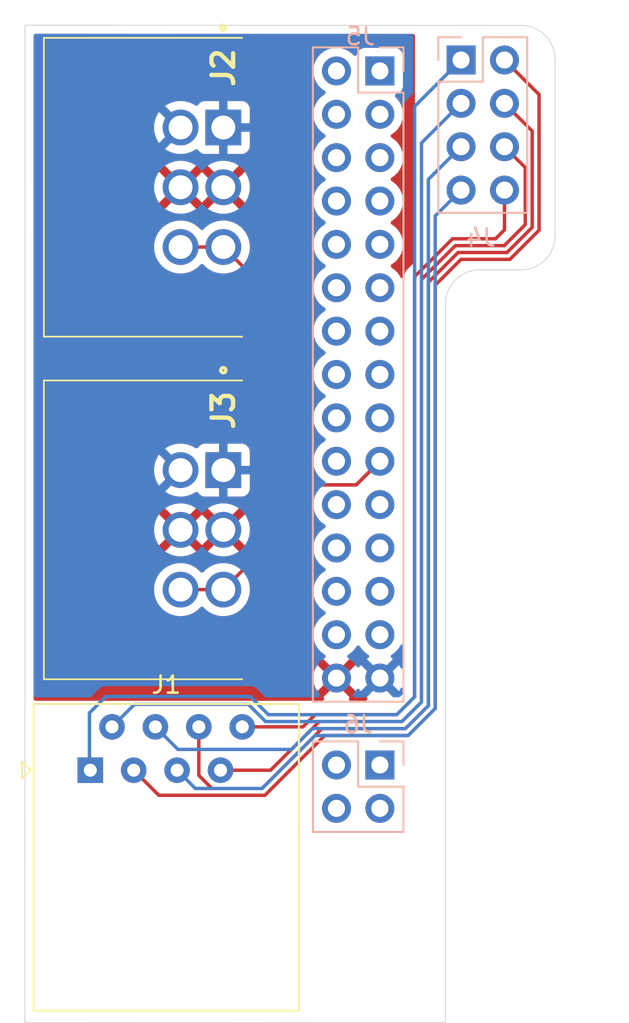
<source format=kicad_pcb>
(kicad_pcb (version 20241229) (generator "pcbnew") (generator_version "9.0")
  (layers (0 "F.Cu" signal) (2 "B.Cu" signal) (13 "F.Paste" user) (15 "B.Paste" user) (5 "F.SilkS" user "F.Silkscreen") (7 "B.SilkS" user "B.Silkscreen") (1 "F.Mask" user) (3 "B.Mask" user) (25 "Edge.Cuts" user))
  (net 0 "")
  (net 1 "/BTN_PWR_{-}")
  (net 2 "/BTN_PWR_{+}")
  (net 3 "/LED_PWR_{+}")
  (net 4 "/LED_PWR_{-}")
  (net 5 "/LED_HDD_{+}")
  (net 6 "/BTN_RST_{+}")
  (net 7 "/LED_HDD_{-}")
  (net 8 "/BTN_RST_{-}")
  (net 9 "/SDI_COMM")
  (net 10 "/SDI_PWR")
  (net 11 "/SDI_GND")
  (footprint "Link_Footprints:PC-1818517" (layer "F.Cu") (at 95.9384 84.9796 -90)
    (property "Reference" "J3" (at -16.75 2.1 270) (layer "F.SilkS") (effects (font (size 1.27 1.27) (thickness 0.254))))
    (property "Value" "PC-1818517" (hide yes))
    (fp_line (start -18.5 12.6) (end -18.5 1) (stroke (width 0.1)) (layer "F.SilkS"))
    (fp_line (start -1 12.6) (end -18.5 12.6) (stroke (width 0.1)) (layer "F.SilkS"))
    (fp_line (start -1 1) (end -1 12.6) (stroke (width 0.1)) (layer "F.SilkS"))
    (fp_circle (center -19.1 2.1) (end -19.1 2.15) (stroke (width 0.2)) (fill no) (layer "F.SilkS"))
    (pad "1" thru_hole rect (at -13.25 2.1 270) (size 2.1 2.1) (drill 1.4) (layers "*.Cu" "*.Mask") (net 10 "/SDI_PWR"))
    (pad "2" thru_hole circle (at -9.75 2.1 270) (size 2.1 2.1) (drill 1.4) (layers "*.Cu" "*.Mask") (net 11 "/SDI_GND"))
    (pad "3" thru_hole circle (at -6.25 2.1 270) (size 2.1 2.1) (drill 1.4) (layers "*.Cu" "*.Mask") (net 9 "/SDI_COMM"))
    (pad "4" thru_hole circle (at -13.25 4.6 270) (size 2.1 2.1) (drill 1.4) (layers "*.Cu" "*.Mask") (net 10 "/SDI_PWR"))
    (pad "5" thru_hole circle (at -9.75 4.6 270) (size 2.1 2.1) (drill 1.4) (layers "*.Cu" "*.Mask") (net 11 "/SDI_GND"))
    (pad "6" thru_hole circle (at -6.25 4.6 270) (size 2.1 2.1) (drill 1.4) (layers "*.Cu" "*.Mask") (net 9 "/SDI_COMM"))
  )
  (footprint "Connector_RJ:RJ45_Amphenol_54602-x08_Horizontal" (layer "F.Cu") (at 86.0552 89.3064)
    (property "Reference" "J1" (at 4.445 -5 0) (layer "F.SilkS"))
    (property "Value" "RJ45")
    (fp_line (start -4 -0.5) (end -4 0.5) (stroke (width 0.12)) (layer "F.SilkS"))
    (fp_line (start -4 0.5) (end -3.5 0) (stroke (width 0.12)) (layer "F.SilkS"))
    (fp_line (start -3.5 0) (end -4 -0.5) (stroke (width 0.12)) (layer "F.SilkS"))
    (fp_line (start -3.315 -3.88) (end -3.315 14.08) (stroke (width 0.12)) (layer "F.SilkS"))
    (fp_line (start -3.315 14.08) (end 12.205 14.08) (stroke (width 0.12)) (layer "F.SilkS"))
    (fp_line (start 12.205 -3.88) (end -3.315 -3.88) (stroke (width 0.12)) (layer "F.SilkS"))
    (fp_line (start 12.205 -3.88) (end 12.205 14.08) (stroke (width 0.12)) (layer "F.SilkS"))
    (pad "" np_thru_hole circle (at -1.27 6.35) (size 3.2 3.2) (drill 3.2) (layers "*.Cu" "*.Mask"))
    (pad "" np_thru_hole circle (at 10.16 6.35) (size 3.2 3.2) (drill 3.2) (layers "*.Cu" "*.Mask"))
    (pad "1" thru_hole rect (at 0 0) (size 1.5 1.5) (drill 0.76) (layers "*.Cu" "*.Mask") (net 3 "/LED_PWR_{+}"))
    (pad "2" thru_hole circle (at 1.27 -2.54) (size 1.5 1.5) (drill 0.76) (layers "*.Cu" "*.Mask") (net 4 "/LED_PWR_{-}"))
    (pad "3" thru_hole circle (at 2.54 0) (size 1.5 1.5) (drill 0.76) (layers "*.Cu" "*.Mask") (net 5 "/LED_HDD_{+}"))
    (pad "4" thru_hole circle (at 3.81 -2.54) (size 1.5 1.5) (drill 0.76) (layers "*.Cu" "*.Mask") (net 1 "/BTN_PWR_{-}"))
    (pad "5" thru_hole circle (at 5.08 0) (size 1.5 1.5) (drill 0.76) (layers "*.Cu" "*.Mask") (net 2 "/BTN_PWR_{+}"))
    (pad "6" thru_hole circle (at 6.35 -2.54) (size 1.5 1.5) (drill 0.76) (layers "*.Cu" "*.Mask") (net 7 "/LED_HDD_{-}"))
    (pad "7" thru_hole circle (at 7.62 0) (size 1.5 1.5) (drill 0.76) (layers "*.Cu" "*.Mask") (net 6 "/BTN_RST_{+}"))
    (pad "8" thru_hole circle (at 8.89 -2.54) (size 1.5 1.5) (drill 0.76) (layers "*.Cu" "*.Mask") (net 8 "/BTN_RST_{-}"))
  )
  (footprint "Link_Footprints:PC-1818517" (layer "F.Cu") (at 95.9384 64.9136 -90)
    (property "Reference" "J2" (at -16.75 2.1 270) (layer "F.SilkS") (effects (font (size 1.27 1.27) (thickness 0.254))))
    (property "Value" "PC-1818517" (hide yes))
    (fp_line (start -18.5 12.6) (end -18.5 1) (stroke (width 0.1)) (layer "F.SilkS"))
    (fp_line (start -1 12.6) (end -18.5 12.6) (stroke (width 0.1)) (layer "F.SilkS"))
    (fp_line (start -1 1) (end -1 12.6) (stroke (width 0.1)) (layer "F.SilkS"))
    (fp_circle (center -19.1 2.1) (end -19.1 2.15) (stroke (width 0.2)) (fill no) (layer "F.SilkS"))
    (pad "1" thru_hole rect (at -13.25 2.1 270) (size 2.1 2.1) (drill 1.4) (layers "*.Cu" "*.Mask") (net 10 "/SDI_PWR"))
    (pad "2" thru_hole circle (at -9.75 2.1 270) (size 2.1 2.1) (drill 1.4) (layers "*.Cu" "*.Mask") (net 11 "/SDI_GND"))
    (pad "3" thru_hole circle (at -6.25 2.1 270) (size 2.1 2.1) (drill 1.4) (layers "*.Cu" "*.Mask") (net 9 "/SDI_COMM"))
    (pad "4" thru_hole circle (at -13.25 4.6 270) (size 2.1 2.1) (drill 1.4) (layers "*.Cu" "*.Mask") (net 10 "/SDI_PWR"))
    (pad "5" thru_hole circle (at -9.75 4.6 270) (size 2.1 2.1) (drill 1.4) (layers "*.Cu" "*.Mask") (net 11 "/SDI_GND"))
    (pad "6" thru_hole circle (at -6.25 4.6 270) (size 2.1 2.1) (drill 1.4) (layers "*.Cu" "*.Mask") (net 9 "/SDI_COMM"))
  )
  (footprint "Connector_PinSocket_2.54mm:PinSocket_2x04_P2.54mm_Vertical" (layer "B.Cu") (at 107.75 47.71 180)
    (property "Reference" "J4" (at -1.1652 -10.4052 0) (layer "B.SilkS") (effects (justify mirror)))
    (property "Value" "Conn_02x04_Odd_Even")
    (fp_line (start 1.33 1.33) (end 1.33 0) (stroke (width 0.12)) (layer "B.SilkS"))
    (fp_line (start 1.33 -1.27) (end 1.33 -8.95) (stroke (width 0.12)) (layer "B.SilkS"))
    (fp_line (start 0 1.33) (end 1.33 1.33) (stroke (width 0.12)) (layer "B.SilkS"))
    (fp_line (start -1.27 1.33) (end -1.27 -1.27) (stroke (width 0.12)) (layer "B.SilkS"))
    (fp_line (start -1.27 -1.27) (end 1.33 -1.27) (stroke (width 0.12)) (layer "B.SilkS"))
    (fp_line (start -3.87 1.33) (end -1.27 1.33) (stroke (width 0.12)) (layer "B.SilkS"))
    (fp_line (start -3.87 1.33) (end -3.87 -8.95) (stroke (width 0.12)) (layer "B.SilkS"))
    (fp_line (start -3.87 -8.95) (end 1.33 -8.95) (stroke (width 0.12)) (layer "B.SilkS"))
    (pad "1" thru_hole rect (at 0 0 180) (size 1.7 1.7) (drill 1) (layers "*.Cu" "*.Mask") (net 3 "/LED_PWR_{+}"))
    (pad "2" thru_hole circle (at -2.54 0 180) (size 1.7 1.7) (drill 1) (layers "*.Cu" "*.Mask") (net 5 "/LED_HDD_{+}"))
    (pad "3" thru_hole circle (at 0 -2.54 180) (size 1.7 1.7) (drill 1) (layers "*.Cu" "*.Mask") (net 4 "/LED_PWR_{-}"))
    (pad "4" thru_hole circle (at -2.54 -2.54 180) (size 1.7 1.7) (drill 1) (layers "*.Cu" "*.Mask") (net 7 "/LED_HDD_{-}"))
    (pad "5" thru_hole circle (at 0 -5.08 180) (size 1.7 1.7) (drill 1) (layers "*.Cu" "*.Mask") (net 1 "/BTN_PWR_{-}"))
    (pad "6" thru_hole circle (at -2.54 -5.08 180) (size 1.7 1.7) (drill 1) (layers "*.Cu" "*.Mask") (net 6 "/BTN_RST_{+}"))
    (pad "7" thru_hole circle (at 0 -7.62 180) (size 1.7 1.7) (drill 1) (layers "*.Cu" "*.Mask") (net 2 "/BTN_PWR_{+}"))
    (pad "8" thru_hole circle (at -2.54 -7.62 180) (size 1.7 1.7) (drill 1) (layers "*.Cu" "*.Mask") (net 8 "/BTN_RST_{-}"))
  )
  (footprint "Connector_PinHeader_2.54mm:PinHeader_2x15_P2.54mm_Vertical" (layer "B.Cu") (at 103 48.35 180)
    (property "Reference" "J5" (at 1.146 2.0204 0) (layer "B.SilkS") (effects (justify mirror)))
    (property "Value" "Conn_02x15_Odd_Even" (hide yes))
    (fp_line (start 3.92 1.38) (end 3.92 -36.94) (stroke (width 0.12)) (layer "B.SilkS"))
    (fp_line (start 1.27 1.38) (end 3.92 1.38) (stroke (width 0.12)) (layer "B.SilkS"))
    (fp_line (start 1.27 -1.27) (end 1.27 1.38) (stroke (width 0.12)) (layer "B.SilkS"))
    (fp_line (start -1.38 1.38) (end 0 1.38) (stroke (width 0.12)) (layer "B.SilkS"))
    (fp_line (start -1.38 0) (end -1.38 1.38) (stroke (width 0.12)) (layer "B.SilkS"))
    (fp_line (start -1.38 -1.27) (end 1.27 -1.27) (stroke (width 0.12)) (layer "B.SilkS"))
    (fp_line (start -1.38 -1.27) (end -1.38 -36.94) (stroke (width 0.12)) (layer "B.SilkS"))
    (fp_line (start -1.38 -36.94) (end 3.92 -36.94) (stroke (width 0.12)) (layer "B.SilkS"))
    (pad "1" thru_hole rect (at 0 0 180) (size 1.7 1.7) (drill 1) (layers "*.Cu" "*.Mask"))
    (pad "2" thru_hole circle (at 2.54 0 180) (size 1.7 1.7) (drill 1) (layers "*.Cu" "*.Mask"))
    (pad "3" thru_hole circle (at 0 -2.54 180) (size 1.7 1.7) (drill 1) (layers "*.Cu" "*.Mask"))
    (pad "4" thru_hole circle (at 2.54 -2.54 180) (size 1.7 1.7) (drill 1) (layers "*.Cu" "*.Mask"))
    (pad "5" thru_hole circle (at 0 -5.08 180) (size 1.7 1.7) (drill 1) (layers "*.Cu" "*.Mask"))
    (pad "6" thru_hole circle (at 2.54 -5.08 180) (size 1.7 1.7) (drill 1) (layers "*.Cu" "*.Mask"))
    (pad "7" thru_hole circle (at 0 -7.62 180) (size 1.7 1.7) (drill 1) (layers "*.Cu" "*.Mask"))
    (pad "8" thru_hole circle (at 2.54 -7.62 180) (size 1.7 1.7) (drill 1) (layers "*.Cu" "*.Mask"))
    (pad "9" thru_hole circle (at 0 -10.16 180) (size 1.7 1.7) (drill 1) (layers "*.Cu" "*.Mask"))
    (pad "10" thru_hole circle (at 2.54 -10.16 180) (size 1.7 1.7) (drill 1) (layers "*.Cu" "*.Mask"))
    (pad "11" thru_hole circle (at 0 -12.7 180) (size 1.7 1.7) (drill 1) (layers "*.Cu" "*.Mask"))
    (pad "12" thru_hole circle (at 2.54 -12.7 180) (size 1.7 1.7) (drill 1) (layers "*.Cu" "*.Mask"))
    (pad "13" thru_hole circle (at 0 -15.24 180) (size 1.7 1.7) (drill 1) (layers "*.Cu" "*.Mask"))
    (pad "14" thru_hole circle (at 2.54 -15.24 180) (size 1.7 1.7) (drill 1) (layers "*.Cu" "*.Mask"))
    (pad "15" thru_hole circle (at 0 -17.78 180) (size 1.7 1.7) (drill 1) (layers "*.Cu" "*.Mask"))
    (pad "16" thru_hole circle (at 2.54 -17.78 180) (size 1.7 1.7) (drill 1) (layers "*.Cu" "*.Mask"))
    (pad "17" thru_hole circle (at 0 -20.32 180) (size 1.7 1.7) (drill 1) (layers "*.Cu" "*.Mask"))
    (pad "18" thru_hole circle (at 2.54 -20.32 180) (size 1.7 1.7) (drill 1) (layers "*.Cu" "*.Mask"))
    (pad "19" thru_hole circle (at 0 -22.86 180) (size 1.7 1.7) (drill 1) (layers "*.Cu" "*.Mask") (net 9 "/SDI_COMM"))
    (pad "20" thru_hole circle (at 2.54 -22.86 180) (size 1.7 1.7) (drill 1) (layers "*.Cu" "*.Mask"))
    (pad "21" thru_hole circle (at 0 -25.4 180) (size 1.7 1.7) (drill 1) (layers "*.Cu" "*.Mask"))
    (pad "22" thru_hole circle (at 2.54 -25.4 180) (size 1.7 1.7) (drill 1) (layers "*.Cu" "*.Mask"))
    (pad "23" thru_hole circle (at 0 -27.94 180) (size 1.7 1.7) (drill 1) (layers "*.Cu" "*.Mask"))
    (pad "24" thru_hole circle (at 2.54 -27.94 180) (size 1.7 1.7) (drill 1) (layers "*.Cu" "*.Mask"))
    (pad "25" thru_hole circle (at 0 -30.48 180) (size 1.7 1.7) (drill 1) (layers "*.Cu" "*.Mask"))
    (pad "26" thru_hole circle (at 2.54 -30.48 180) (size 1.7 1.7) (drill 1) (layers "*.Cu" "*.Mask"))
    (pad "27" thru_hole circle (at 0 -33.02 180) (size 1.7 1.7) (drill 1) (layers "*.Cu" "*.Mask"))
    (pad "28" thru_hole circle (at 2.54 -33.02 180) (size 1.7 1.7) (drill 1) (layers "*.Cu" "*.Mask"))
    (pad "29" thru_hole circle (at 0 -35.56 180) (size 1.7 1.7) (drill 1) (layers "*.Cu" "*.Mask") (net 10 "/SDI_PWR"))
    (pad "30" thru_hole circle (at 2.54 -35.56 180) (size 1.7 1.7) (drill 1) (layers "*.Cu" "*.Mask") (net 11 "/SDI_GND"))
  )
  (footprint "Connector_PinHeader_2.54mm:PinHeader_2x02_P2.54mm_Vertical" (layer "B.Cu") (at 103 89 180)
    (property "Reference" "J6" (at 1.27 2.38 180) (layer "B.SilkS") (effects (justify mirror)))
    (property "Value" "Conn_02x02_Odd_Even")
    (fp_line (start 3.92 1.38) (end 3.92 -3.92) (stroke (width 0.12)) (layer "B.SilkS"))
    (fp_line (start 1.27 1.38) (end 3.92 1.38) (stroke (width 0.12)) (layer "B.SilkS"))
    (fp_line (start 1.27 -1.27) (end 1.27 1.38) (stroke (width 0.12)) (layer "B.SilkS"))
    (fp_line (start -1.38 1.38) (end 0 1.38) (stroke (width 0.12)) (layer "B.SilkS"))
    (fp_line (start -1.38 0) (end -1.38 1.38) (stroke (width 0.12)) (layer "B.SilkS"))
    (fp_line (start -1.38 -1.27) (end 1.27 -1.27) (stroke (width 0.12)) (layer "B.SilkS"))
    (fp_line (start -1.38 -1.27) (end -1.38 -3.92) (stroke (width 0.12)) (layer "B.SilkS"))
    (fp_line (start -1.38 -3.92) (end 3.92 -3.92) (stroke (width 0.12)) (layer "B.SilkS"))
    (pad "1" thru_hole rect (at 0 0 180) (size 1.7 1.7) (drill 1) (layers "*.Cu" "*.Mask"))
    (pad "2" thru_hole circle (at 2.54 0 180) (size 1.7 1.7) (drill 1) (layers "*.Cu" "*.Mask"))
    (pad "3" thru_hole circle (at 0 -2.54 180) (size 1.7 1.7) (drill 1) (layers "*.Cu" "*.Mask"))
    (pad "4" thru_hole circle (at 2.54 -2.54 180) (size 1.7 1.7) (drill 1) (layers "*.Cu" "*.Mask"))
  )
  (gr_line (start 106.8375 104.081042) (end 82.229914 104.091985) (stroke (width 0.05)) (layer "Edge.Cuts"))
  (gr_line (start 82.231249 45.668743) (end 82.229914 104.091985) (stroke (width 0.05)) (layer "Edge.Cuts"))
  (gr_arc (start 111.25 45.682964) (mid 112.664209 46.268751) (end 113.25 47.682964) (stroke (width 0.05)) (layer "Edge.Cuts"))
  (gr_arc (start 106.8375 62) (mid 107.423286 60.585786) (end 108.8375 60) (stroke (width 0.05)) (layer "Edge.Cuts"))
  (gr_arc (start 113.25 58) (mid 112.664214 59.414214) (end 111.25 60) (stroke (width 0.05)) (layer "Edge.Cuts"))
  (gr_line (start 108.8375 60) (end 111.25 60) (stroke (width 0.05)) (layer "Edge.Cuts"))
  (gr_line (start 106.8375 104.081042) (end 106.8375 62) (stroke (width 0.05)) (layer "Edge.Cuts"))
  (gr_line (start 111.25 45.682964) (end 82.230916 45.668743) (stroke (width 0.05)) (layer "Edge.Cuts"))
  (gr_line (start 113.25 58) (end 113.25 47.671) (stroke (width 0.05)) (layer "Edge.Cuts"))
  (segment (start 91.186 88.0872) (end 97.8325 88.0872) (width 0.2) (layer "B.Cu") (net 1))
  (segment (start 105.8355 54.7045) (end 107.75 52.79) (width 0.2) (layer "B.Cu") (net 1))
  (segment (start 105.8355 85.5281) (end 105.8355 54.7045) (width 0.2) (layer "B.Cu") (net 1))
  (segment (start 104.4956 86.868) (end 105.8355 85.5281) (width 0.2) (layer "B.Cu") (net 1))
  (segment (start 99.0517 86.868) (end 104.4956 86.868) (width 0.2) (layer "B.Cu") (net 1))
  (segment (start 97.8325 88.0872) (end 99.0517 86.868) (width 0.2) (layer "B.Cu") (net 1))
  (segment (start 89.8652 86.7664) (end 91.186 88.0872) (width 0.2) (layer "B.Cu") (net 1))
  (segment (start 96.1136 90.3732) (end 99.2124 87.2744) (width 0.2) (layer "B.Cu") (net 2))
  (segment (start 92.202 90.3732) (end 96.1136 90.3732) (width 0.2) (layer "B.Cu") (net 2))
  (segment (start 99.2124 87.2744) (end 104.6563 87.2744) (width 0.2) (layer "B.Cu") (net 2))
  (segment (start 91.1352 89.3064) (end 92.202 90.3732) (width 0.2) (layer "B.Cu") (net 2))
  (segment (start 104.6563 87.2744) (end 106.2365 85.6942) (width 0.2) (layer "B.Cu") (net 2))
  (segment (start 106.2365 85.6942) (end 106.2365 56.8435) (width 0.2) (layer "B.Cu") (net 2))
  (segment (start 106.2365 56.8435) (end 107.75 55.33) (width 0.2) (layer "B.Cu") (net 2))
  (segment (start 95.4107 84.9884) (end 96.4775 86.0552) (width 0.2) (layer "B.Cu") (net 3))
  (segment (start 103.9876 86.0552) (end 105.0335 85.0093) (width 0.2) (layer "B.Cu") (net 3))
  (segment (start 96.4775 86.0552) (end 103.9876 86.0552) (width 0.2) (layer "B.Cu") (net 3))
  (segment (start 86.0044 88.9) (end 86.0044 85.9536) (width 0.2) (layer "B.Cu") (net 3))
  (segment (start 86.9696 84.9884) (end 95.4107 84.9884) (width 0.2) (layer "B.Cu") (net 3))
  (segment (start 86.0044 85.9536) (end 86.9696 84.9884) (width 0.2) (layer "B.Cu") (net 3))
  (segment (start 86.0552 88.9508) (end 86.0044 88.9) (width 0.2) (layer "B.Cu") (net 3))
  (segment (start 105.0335 50.4265) (end 107.75 47.71) (width 0.2) (layer "B.Cu") (net 3))
  (segment (start 86.0552 89.3064) (end 86.0552 88.9508) (width 0.2) (layer "B.Cu") (net 3))
  (segment (start 105.0335 85.0093) (end 105.0335 50.4265) (width 0.2) (layer "B.Cu") (net 3))
  (segment (start 95.3008 85.4456) (end 96.3114 86.4562) (width 0.2) (layer "B.Cu") (net 4))
  (segment (start 87.3252 86.7664) (end 88.646 85.4456) (width 0.2) (layer "B.Cu") (net 4))
  (segment (start 105.4345 52.5655) (end 107.75 50.25) (width 0.2) (layer "B.Cu") (net 4))
  (segment (start 105.4345 85.3112) (end 105.4345 52.5655) (width 0.2) (layer "B.Cu") (net 4))
  (segment (start 88.646 85.4456) (end 95.3008 85.4456) (width 0.2) (layer "B.Cu") (net 4))
  (segment (start 96.3114 86.4562) (end 104.2895 86.4562) (width 0.2) (layer "B.Cu") (net 4))
  (segment (start 104.2895 86.4562) (end 105.4345 85.3112) (width 0.2) (layer "B.Cu") (net 4))
  (segment (start 106.2365 60.8955) (end 107.7468 59.3852) (width 0.2) (layer "F.Cu") (net 5))
  (segment (start 112.3134 57.68) (end 112.3134 49.7334) (width 0.2) (layer "F.Cu") (net 5))
  (segment (start 112.3134 49.7334) (end 110.29 47.71) (width 0.2) (layer "F.Cu") (net 5))
  (segment (start 104.6563 87.2744) (end 106.2365 85.6942) (width 0.2) (layer "F.Cu") (net 5))
  (segment (start 90.063 90.7742) (end 96.2714 90.7742) (width 0.2) (layer "F.Cu") (net 5))
  (segment (start 99.7712 87.2744) (end 104.6563 87.2744) (width 0.2) (layer "F.Cu") (net 5))
  (segment (start 88.5952 89.3064) (end 90.063 90.7742) (width 0.2) (layer "F.Cu") (net 5))
  (segment (start 107.7468 59.3852) (end 110.6082 59.3852) (width 0.2) (layer "F.Cu") (net 5))
  (segment (start 110.6082 59.3852) (end 112.3134 57.68) (width 0.2) (layer "F.Cu") (net 5))
  (segment (start 96.2714 90.7742) (end 99.7712 87.2744) (width 0.2) (layer "F.Cu") (net 5))
  (segment (start 106.2365 85.6942) (end 106.2365 60.8955) (width 0.2) (layer "F.Cu") (net 5))
  (segment (start 105.4345 60.5633) (end 107.4146 58.5832) (width 0.2) (layer "F.Cu") (net 6))
  (segment (start 107.4146 58.5832) (end 110.276 58.5832) (width 0.2) (layer "F.Cu") (net 6))
  (segment (start 96.605 89.3064) (end 99.4581 86.4533) (width 0.2) (layer "F.Cu") (net 6))
  (segment (start 110.276 58.5832) (end 111.506 57.3532) (width 0.2) (layer "F.Cu") (net 6))
  (segment (start 104.2924 86.4533) (end 105.4345 85.3112) (width 0.2) (layer "F.Cu") (net 6))
  (segment (start 99.4581 86.4533) (end 104.2924 86.4533) (width 0.2) (layer "F.Cu") (net 6))
  (segment (start 93.6752 89.3064) (end 96.605 89.3064) (width 0.2) (layer "F.Cu") (net 6))
  (segment (start 111.506 54.006) (end 110.29 52.79) (width 0.2) (layer "F.Cu") (net 6))
  (segment (start 105.4345 85.3112) (end 105.4345 60.5633) (width 0.2) (layer "F.Cu") (net 6))
  (segment (start 111.506 57.3532) (end 111.506 54.006) (width 0.2) (layer "F.Cu") (net 6))
  (segment (start 111.9124 51.8724) (end 110.29 50.25) (width 0.2) (layer "F.Cu") (net 7))
  (segment (start 92.4052 89.6112) (end 93.1672 90.3732) (width 0.2) (layer "F.Cu") (net 7))
  (segment (start 92.4052 86.7664) (end 92.4052 89.6112) (width 0.2) (layer "F.Cu") (net 7))
  (segment (start 107.5807 58.9842) (end 110.4421 58.9842) (width 0.2) (layer "F.Cu") (net 7))
  (segment (start 99.6051 86.8734) (end 104.4902 86.8734) (width 0.2) (layer "F.Cu") (net 7))
  (segment (start 105.8355 60.7294) (end 107.5807 58.9842) (width 0.2) (layer "F.Cu") (net 7))
  (segment (start 93.1672 90.3732) (end 96.1053 90.3732) (width 0.2) (layer "F.Cu") (net 7))
  (segment (start 110.4421 58.9842) (end 111.9124 57.5139) (width 0.2) (layer "F.Cu") (net 7))
  (segment (start 96.1053 90.3732) (end 99.6051 86.8734) (width 0.2) (layer "F.Cu") (net 7))
  (segment (start 111.9124 57.5139) (end 111.9124 51.8724) (width 0.2) (layer "F.Cu") (net 7))
  (segment (start 105.8355 85.5281) (end 105.8355 60.7294) (width 0.2) (layer "F.Cu") (net 7))
  (segment (start 104.4902 86.8734) (end 105.8355 85.5281) (width 0.2) (layer "F.Cu") (net 7))
  (segment (start 107.2485 58.1822) (end 109.7626 58.1822) (width 0.2) (layer "F.Cu") (net 8))
  (segment (start 105.0335 60.3972) (end 107.2485 58.1822) (width 0.2) (layer "F.Cu") (net 8))
  (segment (start 99.2153 86.0523) (end 103.9876 86.0523) (width 0.2) (layer "F.Cu") (net 8))
  (segment (start 105.0335 85.0064) (end 105.0335 60.3972) (width 0.2) (layer "F.Cu") (net 8))
  (segment (start 110.29 57.6548) (end 110.29 55.33) (width 0.2) (layer "F.Cu") (net 8))
  (segment (start 109.7626 58.1822) (end 110.29 57.6548) (width 0.2) (layer "F.Cu") (net 8))
  (segment (start 103.9876 86.0523) (end 105.0335 85.0064) (width 0.2) (layer "F.Cu") (net 8))
  (segment (start 94.9452 86.7664) (end 98.5012 86.7664) (width 0.2) (layer "F.Cu") (net 8))
  (segment (start 98.5012 86.7664) (end 99.2153 86.0523) (width 0.2) (layer "F.Cu") (net 8))
  (segment (start 96.266 74.0664) (end 96.266 76.302) (width 0.2) (layer "F.Cu") (net 9))
  (segment (start 101.611 72.599) (end 97.745 72.599) (width 0.2) (layer "F.Cu") (net 9))
  (segment (start 93.8384 58.6636) (end 96.0988 60.924) (width 0.2) (layer "F.Cu") (net 9))
  (segment (start 103 71.21) (end 101.611 72.599) (width 0.2) (layer "F.Cu") (net 9))
  (segment (start 96.266 76.302) (end 96.0376 76.5304) (width 0.2) (layer "F.Cu") (net 9))
  (segment (start 101.6168 72.5932) (end 103 71.21) (width 0.2) (layer "F.Cu") (net 9))
  (segment (start 96.3168 61.142) (end 96.3168 71.1708) (width 0.2) (layer "F.Cu") (net 9))
  (segment (start 97.745 72.599) (end 97.7392 72.5932) (width 0.2) (layer "F.Cu") (net 9))
  (segment (start 96.0988 60.924) (end 96.3168 61.142) (width 0.2) (layer "F.Cu") (net 9))
  (segment (start 91.3384 78.7296) (end 93.8384 78.7296) (width 0.2) (layer "F.Cu") (net 9))
  (segment (start 97.7392 72.5932) (end 96.266 74.0664) (width 0.2) (layer "F.Cu") (net 9))
  (segment (start 98.7044 72.5932) (end 99.06 72.5932) (width 0.2) (layer "F.Cu") (net 9))
  (segment (start 99.06 72.5932) (end 101.6168 72.5932) (width 0.2) (layer "F.Cu") (net 9))
  (segment (start 93.8384 78.7296) (end 96.0376 76.5304) (width 0.2) (layer "F.Cu") (net 9))
  (segment (start 91.3384 58.6636) (end 93.8384 58.6636) (width 0.2) (layer "F.Cu") (net 9))
  (segment (start 96.3168 71.1708) (end 97.745 72.599) (width 0.2) (layer "F.Cu") (net 9))
  (zone (net 11) (net_name "/SDI_GND") (layer "F.Cu") (connect_pads (clearance 0.5)) (min_thickness 0.25) (fill yes (thermal_gap 0.5) (thermal_bridge_width 0.5))
    (polygon (pts (xy 80.92292 44.19604) (xy 105.0544 44.195999) (xy 105.0544 85.2424) (xy 80.92401 85.2424)))
  )
  (zone (net 10) (net_name "/SDI_PWR") (layer "B.Cu") (priority 1) (connect_pads (clearance 0.5)) (min_thickness 0.25) (fill yes (thermal_gap 0.5) (thermal_bridge_width 0.5))
    (polygon (pts (xy 80.772 44.3736) (xy 104.9528 44.3736) (xy 104.9528 85.0392) (xy 80.772 85.0392)))
  )
)
</source>
